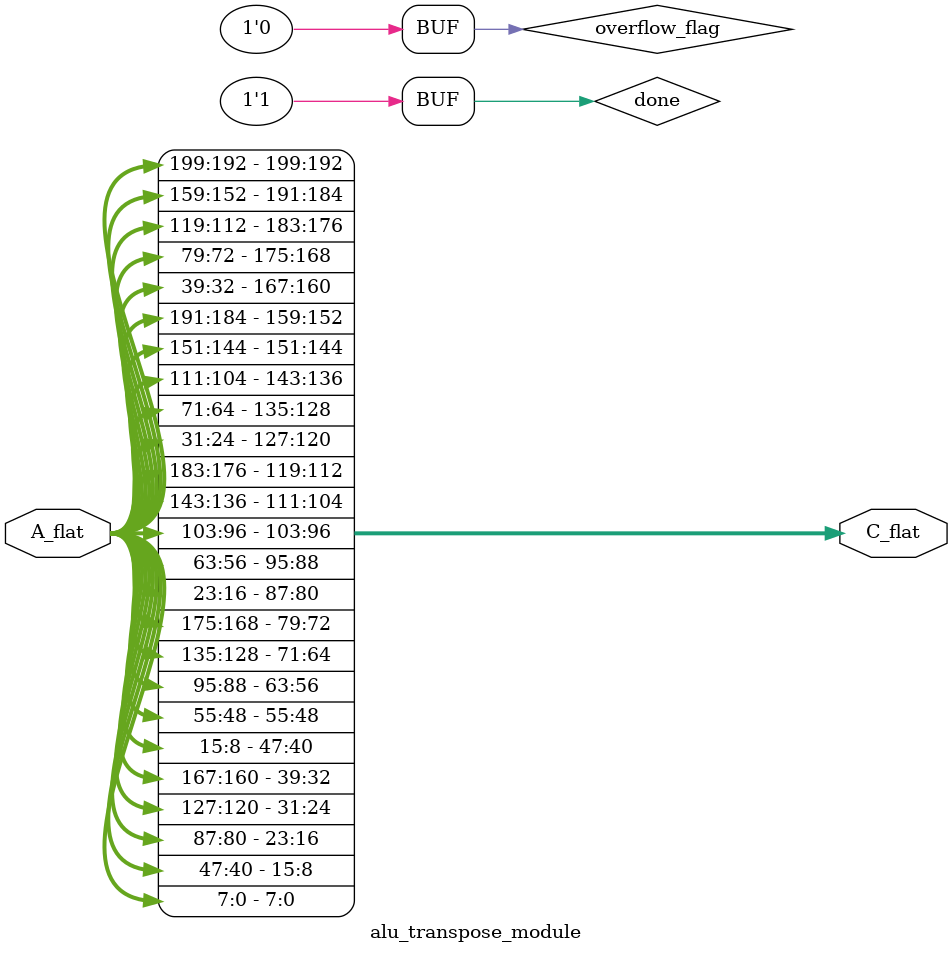
<source format=v>
module alu_transpose_module(
  input [199:0] A_flat,      // Matriz A achatada (5x5, 200 bits)
  output [199:0] C_flat      // Resultado da transposta (5x5, 200 bits)
);

  // Como não há operações aritméticas, overflow_flag é sempre 0
  assign overflow_flag = 1'b0;
  
  // Operação é puramente combinacional, done sempre ativo
  assign done = 1'b1;

  // Conexões dos elementos transpostos usando generate
  genvar i, j;
  generate
    for (i = 0; i < 5; i = i + 1) begin : batata
      for (j = 0; j < 5; j = j + 1) begin : ddasydasd
        // C[i][j] = A[j][i]
        assign C_flat[(i*5 + j)*8 +: 8] = A_flat[(j*5 + i)*8 +: 8];
      end
    end
  endgenerate

endmodule
</source>
